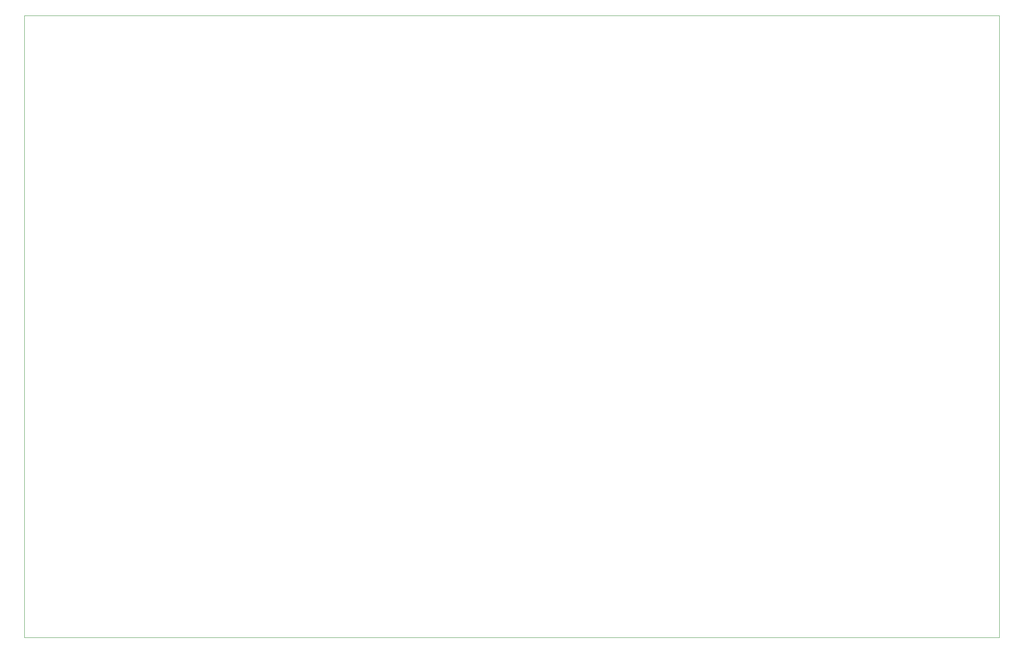
<source format=gbr>
G04 #@! TF.GenerationSoftware,KiCad,Pcbnew,5.1.5-52549c5~84~ubuntu18.04.1*
G04 #@! TF.CreationDate,2020-05-17T15:57:07-07:00*
G04 #@! TF.ProjectId,alu,616c752e-6b69-4636-9164-5f7063625858,rev?*
G04 #@! TF.SameCoordinates,Original*
G04 #@! TF.FileFunction,Profile,NP*
%FSLAX46Y46*%
G04 Gerber Fmt 4.6, Leading zero omitted, Abs format (unit mm)*
G04 Created by KiCad (PCBNEW 5.1.5-52549c5~84~ubuntu18.04.1) date 2020-05-17 15:57:07*
%MOMM*%
%LPD*%
G04 APERTURE LIST*
%ADD10C,0.050000*%
G04 APERTURE END LIST*
D10*
X45720000Y-156210000D02*
X45720000Y-24130000D01*
X252730000Y-156210000D02*
X45720000Y-156210000D01*
X252730000Y-24130000D02*
X45720000Y-24130000D01*
X252730000Y-24130000D02*
X252730000Y-156210000D01*
M02*

</source>
